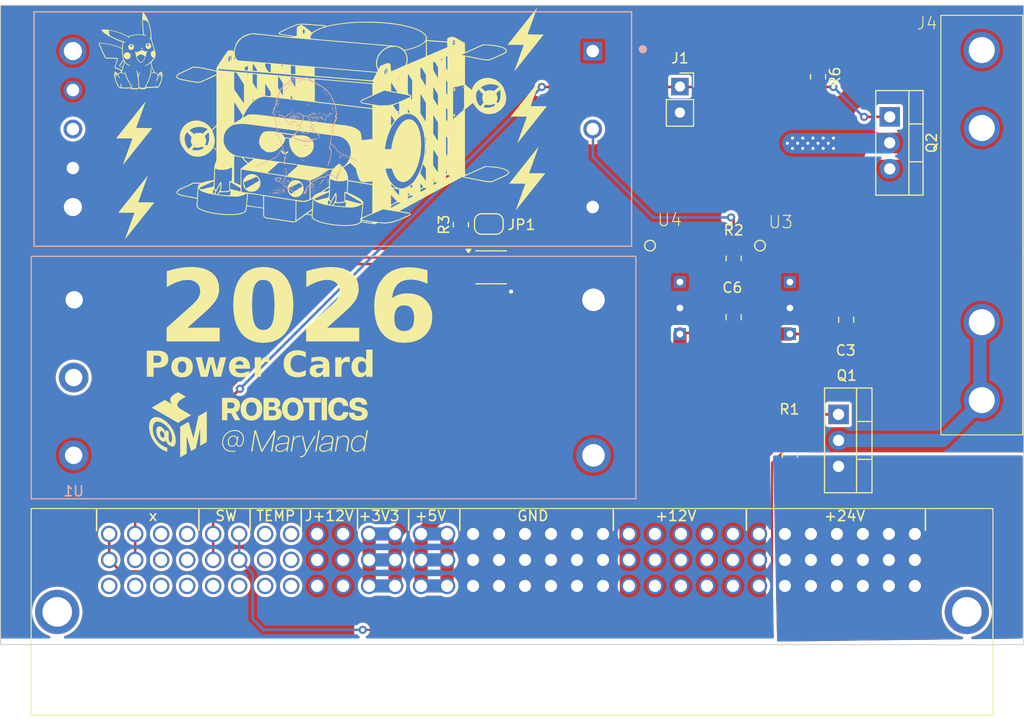
<source format=kicad_pcb>
(kicad_pcb (version 20241229) (generator "pcbnew") (generator_version "9.0")
  (layers (0 "F.Cu" signal) (2 "B.Cu" signal) (13 "F.Paste" user) (15 "B.Paste" user) (5 "F.SilkS" user "F.Silkscreen") (7 "B.SilkS" user "B.Silkscreen") (1 "F.Mask" user) (3 "B.Mask" user) (25 "Edge.Cuts" user))
  (net 0 "")
  (net 1 "+24V")
  (net 2 "/VBATT")
  (net 3 "+12V")
  (net 4 "+5V")
  (net 5 "+3.3V")
  (net 6 "12V_Jetson")
  (net 16 "SW2")
  (net 17 "SDA")
  (net 18 "SCL")
  (net 25 "Net-(U2-ON{slash}OFF)")
  (net 29 "Net-(JP1-B)")
  (net 31 "NJSW1")
  (net 32 "/NonJetsonPower")
  (net 33 "GND")
  (net 34 "Net-(J4-Pin_1)")
  (footprint "Resistor_SMD:R_0805_2012Metric_Pad1.20x1.40mm_HandSolder" (layer "F.Cu") (at 230 56 -90)
    (property "Reference" "R6" (at 0 -1.65 90) (layer "F.SilkS"))
    (property "Value" "10kO")
    (pad "1" smd roundrect (at -1 0 270) (size 1.2 1.4) (layers "F.Cu" "F.Mask" "F.Paste") (roundrect_rratio 0.208333) (net 2 "/VBATT"))
    (pad "2" smd roundrect (at 1 0 270) (size 1.2 1.4) (layers "F.Cu" "F.Mask" "F.Paste") (roundrect_rratio 0.208333) (net 31 "NJSW1"))
  )
  (footprint "Package_TO_SOT_THT:TO-220-3_Vertical" (layer "F.Cu") (at 237 59.92 -90)
    (property "Reference" "Q2" (at 2.54 -4.1 90) (layer "F.SilkS"))
    (property "Value" "IRF5305PbF")
    (pad "1" thru_hole rect (at 0 0 270) (size 1.905 2) (drill 1.1) (layers "*.Cu" "*.Mask") (net 31 "NJSW1"))
    (pad "2" thru_hole oval (at 2.54 0 270) (size 1.905 2) (drill 1.1) (layers "*.Cu" "*.Mask") (net 32 "/NonJetsonPower"))
    (pad "3" thru_hole oval (at 5.08 0 270) (size 1.905 2) (drill 1.1) (layers "*.Cu" "*.Mask") (net 2 "/VBATT"))
  )
  (footprint "LOGO" (layer "F.Cu") (at 201.5744 65.9384)
    (property "Reference" "G***" (hide yes))
    (property "Value" "LOGO" (hide yes))
  )
  (footprint "Connector_PinSocket_2.54mm:PinSocket_1x02_P2.54mm_Vertical" (layer "F.Cu") (at 216.5 56.96)
    (property "Reference" "J1" (at 0 -2.77 0) (layer "F.SilkS"))
    (property "Value" "Conn_01x02_Pin")
    (pad "1" thru_hole rect (at 0 0) (size 1.7 1.7) (drill 1) (layers "*.Cu" "*.Mask") (net 31 "NJSW1"))
    (pad "2" thru_hole circle (at 0 2.54) (size 1.7 1.7) (drill 1) (layers "*.Cu" "*.Mask") (net 33 "GND"))
  )
  (footprint "Package_TO_SOT_THT:TO-220-3_Vertical" (layer "F.Cu") (at 232 89 -90)
    (property "Reference" "Q1" (at -3.8 -0.8 180) (layer "F.SilkS"))
    (property "Value" "IRF5305PbF" (hide yes))
    (pad "1" thru_hole rect (at 0 0 270) (size 1.905 2) (drill 1.1) (layers "*.Cu" "*.Mask") (net 16 "SW2"))
    (pad "2" thru_hole oval (at 2.54 0 270) (size 1.905 2) (drill 1.1) (layers "*.Cu" "*.Mask") (net 34 "Net-(J4-Pin_1)"))
    (pad "3" thru_hole oval (at 5.08 0 270) (size 1.905 2) (drill 1.1) (layers "*.Cu" "*.Mask") (net 1 "+24V"))
  )
  (footprint "LOGO" (layer "F.Cu") (at 163.1696 61.5188)
    (property "Reference" "G***" (hide yes))
    (property "Value" "LOGO" (hide yes))
  )
  (footprint "LOGO" (layer "F.Cu") (at 163.3728 68.7832)
    (property "Reference" "G***" (hide yes))
    (property "Value" "LOGO" (hide yes))
  )
  (footprint "Pikachu:Pikachu" (layer "F.Cu") (at 162.79635 54.17202)
    (property "Reference" "G***" (hide yes))
    (property "Value" "LOGO" (hide yes))
  )
  (footprint "Thruster_Control_Card_Custom_Footprints:6509475" (layer "F.Cu") (at 239.462617 105.762442)
    (property "Reference" "J2" (hide yes))
    (property "Value" "~" (hide yes))
    (pad "A1" thru_hole circle (at 0 0) (size 1.605 1.605) (drill 1.18) (layers "*.Cu" "*.Mask") (net 1 "+24V"))
    (pad "A2" thru_hole circle (at -2.54 0) (size 1.605 1.605) (drill 1.18) (layers "*.Cu" "*.Mask") (net 1 "+24V"))
    (pad "A3" thru_hole circle (at -5.08 0) (size 1.605 1.605) (drill 1.18) (layers "*.Cu" "*.Mask") (net 1 "+24V"))
    (pad "A4" thru_hole circle (at -7.62 0) (size 1.605 1.605) (drill 1.18) (layers "*.Cu" "*.Mask") (net 1 "+24V"))
    (pad "A5" thru_hole circle (at -10.16 0) (size 1.605 1.605) (drill 1.18) (layers "*.Cu" "*.Mask") (net 1 "+24V"))
    (pad "A6" thru_hole circle (at -12.7 0) (size 1.605 1.605) (drill 1.18) (layers "*.Cu" "*.Mask") (net 1 "+24V"))
    (pad "A7" thru_hole circle (at -15.24 0) (size 1.605 1.605) (drill 1.18) (layers "*.Cu" "*.Mask") (net 3 "+12V"))
    (pad "A8" thru_hole circle (at -17.78 0) (size 1.605 1.605) (drill 1.18) (layers "*.Cu" "*.Mask") (net 3 "+12V"))
    (pad "A9" thru_hole circle (at -20.32 0) (size 1.605 1.605) (drill 1.18) (layers "*.Cu" "*.Mask") (net 3 "+12V"))
    (pad "A10" thru_hole circle (at -22.86 0) (size 1.605 1.605) (drill 1.18) (layers "*.Cu" "*.Mask") (net 3 "+12V"))
    (pad "A11" thru_hole circle (at -25.4 0) (size 1.605 1.605) (drill 1.18) (layers "*.Cu" "*.Mask") (net 3 "+12V"))
    (pad "A12" thru_hole circle (at -27.94 0) (size 1.605 1.605) (drill 1.18) (layers "*.Cu" "*.Mask") (net 3 "+12V"))
    (pad "A13" thru_hole circle (at -30.48 0) (size 1.605 1.605) (drill 1.18) (layers "*.Cu" "*.Mask") (net 33 "GND"))
    (pad "A14" thru_hole circle (at -33.02 0) (size 1.605 1.605) (drill 1.18) (layers "*.Cu" "*.Mask") (net 33 "GND"))
    (pad "A15" thru_hole circle (at -35.56 0) (size 1.605 1.605) (drill 1.18) (layers "*.Cu" "*.Mask") (net 33 "GND"))
    (pad "A16" thru_hole circle (at -38.1 0) (size 1.605 1.605) (drill 1.18) (layers "*.Cu" "*.Mask") (net 33 "GND"))
    (pad "A17" thru_hole circle (at -40.64 0) (size 1.605 1.605) (drill 1.18) (layers "*.Cu" "*.Mask") (net 33 "GND"))
    (pad "A18" thru_hole circle (at -43.18 0) (size 1.605 1.605) (drill 1.18) (layers "*.Cu" "*.Mask") (net 33 "GND"))
    (pad "A19" thru_hole circle (at -45.72 0) (size 1.605 1.605) (drill 1.18) (layers "*.Cu" "*.Mask") (net 4 "+5V"))
    (pad "A20" thru_hole circle (at -48.26 0) (size 1.605 1.605) (drill 1.18) (layers "*.Cu" "*.Mask") (net 4 "+5V"))
    (pad "A21" thru_hole circle (at -50.8 0) (size 1.605 1.605) (drill 1.18) (layers "*.Cu" "*.Mask") (net 5 "+3.3V"))
    (pad "A22" thru_hole circle (at -53.34 0) (size 1.605 1.605) (drill 1.18) (layers "*.Cu" "*.Mask") (net 5 "+3.3V"))
    (pad "A23" thru_hole circle (at -55.88 0) (size 1.605 1.605) (drill 1.18) (layers "*.Cu" "*.Mask") (net 6 "12V_Jetson"))
    (pad "A24" thru_hole circle (at -58.42 0) (size 1.605 1.605) (drill 1.18) (layers "*.Cu" "*.Mask") (net 6 "12V_Jetson"))
    (pad "A25" thru_hole circle (at -60.96 0) (size 1.605 1.605) (drill 1.18) (layers "*.Cu" "*.Mask"))
    (pad "A26" thru_hole circle (at -63.5 0) (size 1.605 1.605) (drill 1.18) (layers "*.Cu" "*.Mask"))
    (pad "A27" thru_hole circle (at -66.04 0) (size 1.605 1.605) (drill 1.18) (layers "*.Cu" "*.Mask"))
    (pad "A28" thru_hole circle (at -68.58 0) (size 1.605 1.605) (drill 1.18) (layers "*.Cu" "*.Mask"))
    (pad "A29" thru_hole circle (at -71.12 0) (size 1.605 1.605) (drill 1.18) (layers "*.Cu" "*.Mask"))
    (pad "A30" thru_hole circle (at -73.66 0) (size 1.605 1.605) (drill 1.18) (layers "*.Cu" "*.Mask"))
    (pad "A31" thru_hole circle (at -76.2 0) (size 1.605 1.605) (drill 1.18) (layers "*.Cu" "*.Mask"))
    (pad "A32" thru_hole circle (at -78.74 0) (size 1.605 1.605) (drill 1.18) (layers "*.Cu" "*.Mask"))
    (pad "B1" thru_hole circle (at 0 -2.54) (size 1.605 1.605) (drill 1.18) (layers "*.Cu" "*.Mask") (net 1 "+24V"))
    (pad "B2" thru_hole circle (at -2.54 -2.54) (size 1.605 1.605) (drill 1.18) (layers "*.Cu" "*.Mask") (net 1 "+24V"))
    (pad "B3" thru_hole circle (at -5.08 -2.54) (size 1.605 1.605) (drill 1.18) (layers "*.Cu" "*.Mask") (net 1 "+24V"))
    (pad "B4" thru_hole circle (at -7.62 -2.54) (size 1.605 1.605) (drill 1.18) (layers "*.Cu" "*.Mask") (net 1 "+24V"))
    (pad "B5" thru_hole circle (at -10.16 -2.54) (size 1.605 1.605) (drill 1.18) (layers "*.Cu" "*.Mask") (net 1 "+24V"))
    (pad "B6" thru_hole circle (at -12.7 -2.54) (size 1.605 1.605) (drill 1.18) (layers "*.Cu" "*.Mask") (net 1 "+24V"))
    (pad "B7" thru_hole circle (at -15.24 -2.54) (size 1.605 1.605) (drill 1.18) (layers "*.Cu" "*.Mask") (net 3 "+12V"))
    (pad "B8" thru_hole circle (at -17.78 -2.54) (size 1.605 1.605) (drill 1.18) (layers "*.Cu" "*.Mask") (net 3 "+12V"))
    (pad "B9" thru_hole circle (at -20.32 -2.54) (size 1.605 1.605) (drill 1.18) (layers "*.Cu" "*.Mask") (net 3 "+12V"))
    (pad "B10" thru_hole circle (at -22.86 -2.54) (size 1.605 1.605) (drill 1.18) (layers "*.Cu" "*.Mask") (net 3 "+12V"))
    (pad "B11" thru_hole circle (at -25.4 -2.54) (size 1.605 1.605) (drill 1.18) (layers "*.Cu" "*.Mask") (net 3 "+12V"))
    (pad "B12" thru_hole circle (at -27.94 -2.54) (size 1.605 1.605) (drill 1.18) (layers "*.Cu" "*.Mask") (net 3 "+12V"))
    (pad "B13" thru_hole circle (at -30.48 -2.54) (size 1.605 1.605) (drill 1.18) (layers "*.Cu" "*.Mask") (net 33 "GND"))
    (pad "B14" thru_hole circle (at -33.02 -2.54) (size 1.605 1.605) (drill 1.18) (layers "*.Cu" "*.Mask") (net 33 "GND"))
    (pad "B15" thru_hole circle (at -35.56 -2.54) (size 1.605 1.605) (drill 1.18) (layers "*.Cu" "*.Mask") (net 33 "GND"))
    (pad "B16" thru_hole circle (at -38.1 -2.54) (size 1.605 1.605) (drill 1.18) (layers "*.Cu" "*.Mask") (net 33 "GND"))
    (pad "B17" thru_hole circle (at -40.64 -2.54) (size 1.605 1.605) (drill 1.18) (layers "*.Cu" "*.Mask") (net 33 "GND"))
    (pad "B18" thru_hole circle (at -43.18 -2.54) (size 1.605 1.605) (drill 1.18) (layers "*.Cu" "*.Mask") (net 33 "GND"))
    (pad "B19" thru_hole circle (at -45.72 -2.54) (size 1.605 1.605) (drill 1.18) (layers "*.Cu" "*.Mask") (net 4 "+5V"))
    (pad "B20" thru_hole circle (at -48.26 -2.54) (size 1.605 1.605) (drill 1.18) (layers "*.Cu" "*.Mask") (net 4 "+5V"))
    (pad "B21" thru_hole circle (at -50.8 -2.54) (size 1.605 1.605) (drill 1.18) (layers "*.Cu" "*.Mask") (net 5 "+3.3V"))
    (pad "B22" thru_hole circle (at -53.34 -2.54) (size 1.605 1.605) (drill 1.18) (layers "*.Cu" "*.Mask") (net 5 "+3.3V"))
    (pad "B23" thru_hole circle (at -55.88 -2.54) (size 1.605 1.605) (drill 1.18) (layers "*.Cu" "*.Mask") (net 6 "12V_Jetson"))
    (pad "B24" thru_hole circle (at -58.42 -2.54) (size 1.605 1.605) (drill 1.18) (layers "*.Cu" "*.Mask") (net 6 "12V_Jetson"))
    (pad "B25" thru_hole circle (at -60.96 -2.54) (size 1.605 1.605) (drill 1.18) (layers "*.Cu" "*.Mask"))
    (pad "B26" thru_hole circle (at -63.5 -2.54) (size 1.605 1.605) (drill 1.18) (layers "*.Cu" "*.Mask"))
    (pad "B27" thru_hole circle (at -66.04 -2.54) (size 1.605 1.605) (drill 1.18) (layers "*.Cu" "*.Mask") (net 16 "SW2"))
    (pad "B28" thru_hole circle (at -68.58 -2.54) (size 1.605 1.605) (drill 1.18) (layers "*.Cu" "*.Mask") (net 31 "NJSW1"))
    (pad "B29" thru_hole circle (at -71.12 -2.54) (size 1.605 1.605) (drill 1.18) (layers "*.Cu" "*.Mask"))
    (pad "B30" thru_hole circle (at -73.66 -2.54) (size 1.605 1.605) (drill 1.18) (layers "*.Cu" "*.Mask"))
    (pad "B31" thru_hole circle (at -76.2 -2.54) (size 1.605 1.605) (drill 1.18) (layers "*.Cu" "*.Mask") (net 17 "SDA"))
    (pad "B32" thru_hole circle (at -78.74 -2.54) (size 1.605 1.605) (drill 1.18) (layers "*.Cu" "*.Mask") (net 18 "SCL"))
    (pad "C1" thru_hole circle (at 0 -5.08) (size 1.605 1.605) (drill 1.18) (layers "*.Cu" "*.Mask") (net 1 "+24V"))
    (pad "C2" thru_hole circle (at -2.54 -5.08) (size 1.605 1.605) (drill 1.18) (layers "*.Cu" "*.Mask") (net 1 "+24V"))
    (pad "C3" thru_hole circle (at -5.08 -5.08) (size 1.605 1.605) (drill 1.18) (layers "*.Cu" "*.Mask") (net 1 "+24V"))
    (pad "C4" thru_hole circle (at -7.62 -5.08) (size 1.605 1.605) (drill 1.18) (layers "*.Cu" "*.Mask") (net 1 "+24V"))
    (pad "C5" thru_hole circle (at -10.16 -5.08) (size 1.605 1.605) (drill 1.18) (layers "*.Cu" "*.Mask") (net 1 "+24V"))
    (pad "C6" thru_hole circle (at -12.7 -5.08) (size 1.605 1.605) (drill 1.18) (layers "*.Cu" "*.Mask") (net 1 "+24V"))
    (pad "C7" thru_hole circle (at -15.24 -5.08) (size 1.605 1.605) (drill 1.18) (layers "*.Cu" "*.Mask") (net 3 "+12V"))
    (pad "C8" thru_hole circle (at -17.78 -5.08) (size 1.605 1.605) (drill 1.18) (layers "*.Cu" "*.Mask") (net 3 "+12V"))
    (pad "C9" thru_hole circle (at -20.32 -5.08) (size 1.605 1.605) (drill 1.18) (layers "*.Cu" "*.Mask") (net 3 "+12V"))
    (pad "C10" thru_hole circle (at -22.86 -5.08) (size 1.605 1.605) (drill 1.18) (layers "*.Cu" "*.Mask") (net 3 "+12V"))
    (pad "C11" thru_hole circle (at -25.4 -5.08) (size 1.605 1.605) (drill 1.18) (layers "*.Cu" "*.Mask") (net 3 "+12V"))
    (pad "C12" thru_hole circle (at -27.94 -5.08) (size 1.605 1.605) (drill 1.18) (layers "*.Cu" "*.Mask") (net 3 "+12V"))
    (pad "C13" thru_hole circle (at -30.48 -5.08) (size 1.605 1.605) (drill 1.18) (layers "*.Cu" "*.Mask") (net 33 "GND"))
    (pad "C14" thru_hole circle (at -33.02 -5.08) (size 1.605 1.605) (drill 1.18) (layers "*.Cu" "*.Mask") (net 33 "GND"))
    (pad "C15" thru_hole circle (at -35.56 -5.08) (size 1.605 1.605) (drill 1.18) (layers "*.Cu" "*.Mask") (net 33 "GND"))
    (pad "C16" thru_hole circle (at -38.1 -5.08) (size 1.605 1.605) (drill 1.18) (layers "*.Cu" "*.Mask") (net 33 "GND"))
    (pad "C17" thru_hole circle (at -40.64 -5.08) (size 1.605 1.605) (drill 1.18) (layers "*.Cu" "*.Mask") (net 33 "GND"))
    (pad "C18" thru_hole circle (at -43.18 -5.08) (size 1.605 1.605) (drill 1.18) (layers "*.Cu" "*.Mask") (net 33 "GND"))
    (pad "C19" thru_hole circle (at -45.72 -5.08) (size 1.605 1.605) (drill 1.18) (layers "*.Cu" "*.Mask") (net 4 "+5V"))
    (pad "C20" thru_hole circle (at -48.26 -5.08) (size 1.605 1.605) (drill 1.18) (layers "*.Cu" "*.Mask") (net 4 "+5V"))
    (pad "C21" thru_hole circle (at -50.8 -5.08) (size 1.605 1.605) (drill 1.18) (layers "*.Cu" "*.Mask") (net 5 "+3.3V"))
    (pad "C22" thru_hole circle (at -53.34 -5.08) (size 1.605 1.605) (drill 1.18) (layers "*.Cu" "*.Mask") (net 5 "+3.3V"))
    (pad "C23" thru_hole circle (at -55.88 -5.08) (size 1.605 1.605) (drill 1.18) (layers "*.Cu" "*.Mask") (net 6 "12V_Jetson"))
    (pad "C24" thru_hole circle (at -58.42 -5.08) (size 1.605 1.605) (drill 1.18) (layers "*.Cu" "*.Mask") (net 6 "12V_Jetson"))
    (pad "C25" thru_hole circle (at -60.96 -5.08) (size 1.605 1.605) (drill 1.18) (layers "*.Cu" "*.Mask"))
    (pad "C26" thru_hole circle (at -63.5 -5.08) (size 1.605 1.605) (drill 1.18) (layers "*.Cu" "*.Mask"))
    (pad "C27" thru_hole circle (at -66.04 -5.08) (size 1.605 1.605) (drill 1.18) (layers "*.Cu" "*.Mask") (net 16 "SW2"))
    (pad "C28" thru_hole circle (at -68.58 -5.08) (size 1.605 1.605) (drill 1.18) (layers "*.Cu" "*.Mask") (net 31 "NJSW1"))
    (pad "C29" thru_hole circle (at -71.12 -5.08) (size 1.605 1.605) (drill 1.18) (layers "*.Cu" "*.Mask"))
    (pad "C30" thru_hole circle (at -73.66 -5.08) (size 1.605 1.605) (drill 1.18) (layers "*.Cu" "*.Mask"))
    (pad "C31" thru_hole circle (at -76.2 -5.08) (size 1.605 1.605) (drill 1.18) (layers "*.Cu" "*.Mask") (net 17 "SDA"))
    (pad "C32" thru_hole circle (at -78.74 -5.08) (size 1.605 1.605) (drill 1.18) (layers "*.Cu" "*.Mask") (net 18 "SCL"))
    (pad "MH1" thru_hole circle (at 5.08 2.54) (size 4.335 4.335) (drill 2.89) (layers "*.Cu" "*.Mask"))
    (pad "MH2" thru_hole circle (at -83.82 2.54) (size 4.335 4.335) (drill 2.89) (layers "*.Cu" "*.Mask"))
  )
  (footprint "Resistor_SMD:R_0805_2012Metric_Pad1.20x1.40mm_HandSolder" (layer "F.Cu") (at 227.25 92.98 90)
    (property "Reference" "R1" (at 4.48 -0.05 180) (layer "F.SilkS"))
    (property "Value" "10kO" (hide yes))
    (pad "1" smd roundrect (at -1 0 90) (size 1.2 1.4) (layers "F.Cu" "F.Mask" "F.Paste") (roundrect_rratio 0.2083333333) (net 1 "+24V"))
    (pad "2" smd roundrect (at 1 0 90) (size 1.2 1.4) (layers "F.Cu" "F.Mask" "F.Paste") (roundrect_rratio 0.2083333333) (net 16 "SW2"))
  )
  (footprint "Custom:TSR2" (layer "F.Cu") (at 216.5 78.6 -90)
    (property "Reference" "U4" (at -8.6 1 180) (layer "F.SilkS") (effects (font (size 1.2065 1.2065) (thickness 0.09652))))
    (property "Value" "TSR2-2433" (hide yes))
    (pad "1" thru_hole rect (at -2.54 0 270) (size 1.158 1.158) (drill 0.65) (layers "*.Cu" "*.Mask") (net 32 "/NonJetsonPower"))
    (pad "2" thru_hole rect (at 0 0 270) (size 1.158 1.158) (drill 0.65) (layers "*.Cu" "*.Mask") (net 33 "GND"))
    (pad "3" thru_hole rect (at 2.54 0 270) (size 1.158 1.158) (drill 0.65) (layers "*.Cu" "*.Mask") (net 5 "+3.3V"))
  )
  (footprint "Resistor_SMD:R_0805_2012Metric_Pad1.20x1.40mm_HandSolder" (layer "F.Cu") (at 195.090195 70.460005 90)
    (property "Reference" "R3" (at 0 -1.65 90) (layer "F.SilkS"))
    (property "Value" "temp R" (hide yes))
    (pad "1" smd roundrect (at -1 0 90) (size 1.2 1.4) (layers "F.Cu" "F.Mask" "F.Paste") (roundrect_rratio 0.208333) (net 33 "GND"))
    (pad "2" smd roundrect (at 1 0 90) (size 1.2 1.4) (layers "F.Cu" "F.Mask" "F.Paste") (roundrect_rratio 0.208333) (net 29 "Net-(JP1-B)"))
  )
  (footprint "Custom:TSR2" (layer "F.Cu") (at 227.25 78.6 -90)
    (property "Reference" "U3" (at -8.4 0.9 180) (layer "F.SilkS") (effects (font (size 1.2065 1.2065) (thickness 0.09652))))
    (property "Value" "TSR2-2450" (hide yes))
    (pad "1" thru_hole rect (at -2.54 0 270) (size 1.158 1.158) (drill 0.65) (layers "*.Cu" "*.Mask") (net 32 "/NonJetsonPower"))
    (pad "2" thru_hole rect (at 0 0 270) (size 1.158 1.158) (drill 0.65) (layers "*.Cu" "*.Mask") (net 33 "GND"))
    (pad "3" thru_hole rect (at 2.54 0 270) (size 1.158 1.158) (drill 0.65) (layers "*.Cu" "*.Mask") (net 4 "+5V"))
  )
  (footprint "Capacitor_SMD:C_0805_2012Metric_Pad1.18x1.45mm_HandSolder" (layer "F.Cu") (at 221.75 79.5 90)
    (property "Reference" "C6" (at 2.8875 -0.13 180) (layer "F.SilkS"))
    (property "Value" "1u" (hide yes))
    (pad "1" smd roundrect (at -1.0375 0 90) (size 1.175 1.45) (layers "F.Cu" "F.Mask" "F.Paste") (roundrect_rratio 0.2127659574) (net 5 "+3.3V"))
    (pad "2" smd roundrect (at 1.0375 0 90) (size 1.175 1.45) (layers "F.Cu" "F.Mask" "F.Paste") (roundrect_rratio 0.2127659574) (net 33 "GND"))
  )
  (footprint "LOGO" (layer "F.Cu") (at 175.102923 90.072938)
    (property "Reference" "G***" (hide yes))
    (property "Value" "LOGO" (hide yes))
  )
  (footprint "LOGO" (layer "F.Cu") (at 179.401043 56.316084)
    (property "Reference" "G***" (hide yes))
    (property "Value" "LOGO" (hide yes))
  )
  (footprint "Capacitor_SMD:C_0805_2012Metric_Pad1.18x1.45mm_HandSolder" (layer "F.Cu") (at 232.75 79.75 90)
    (property "Reference" "C3" (at -3 -0.05 180) (layer "F.SilkS"))
    (property "Value" "1u" (hide yes))
    (pad "1" smd roundrect (at -1.0375 0 90) (size 1.175 1.45) (layers "F.Cu" "F.Mask" "F.Paste") (roundrect_rratio 0.2127659574) (net 4 "+5V"))
    (pad "2" smd roundrect (at 1.0375 0 90) (size 1.175 1.45) (layers "F.Cu" "F.Mask" "F.Paste") (roundrect_rratio 0.2127659574) (net 33 "GND"))
  )
  (footprint "Package_SO:MSOP-8_3x3mm_P0.65mm" (layer "F.Cu") (at 198.048195 74.627205)
    (property "Reference" "U5" (hide yes))
    (property "Value" "MCP9808_MSOP" (hide yes))
    (pad "1" smd roundrect (at -2.1125 -0.975) (size 1.625 0.4) (layers "F.Cu" "F.Mask" "F.Paste") (net 17 "SDA"))
    (pad "2" smd roundrect (at -2.1125 -0.325) (size 1.625 0.4) (layers "F.Cu" "F.Mask" "F.Paste") (net 18 "SCL"))
    (pad "3" smd roundrect (at -2.1125 0.325) (size 1.625 0.4) (layers "F.Cu" "F.Mask" "F.Paste"))
    (pad "4" smd roundrect (at -2.1125 0.975) (size 1.625 0.4) (layers "F.Cu" "F.Mask" "F.Paste") (net 33 "GND"))
    (pad "5" smd roundrect (at 2.1125 0.975) (size 1.625 0.4) (layers "F.Cu" "F.Mask" "F.Paste") (net 33 "GND"))
    (pad "6" smd roundrect (at 2.1125 0.325) (size 1.625 0.4) (layers "F.Cu" "F.Mask" "F.Paste") (net 33 "GND"))
    (pad "7" smd roundrect (at 2.1125 -0.325) (size 1.625 0.4) (layers "F.Cu" "F.Mask" "F.Paste") (net 29 "Net-(JP1-B)"))
    (pad "8" smd roundrect (at 2.1125 -0.975) (size 1.625 0.4) (layers "F.Cu" "F.Mask" "F.Paste") (net 5 "+3.3V"))
  )
  (footprint "Fuse:1.25__FUSECLIPS" (layer "F.Cu") (at 246 70.5 90)
    (property "Reference" "J4" (at 19.02 -6.45 180) (layer "F.SilkS") (effects (font (size 1.2065 1.2065) (thickness 0.09652)) (justify left bottom)))
    (property "Value" "Conn_01x04_Pin" (hide yes))
    (pad "1" thru_hole circle (at -17.1069 0 90) (size 3.556 3.556) (drill 2.54) (layers "*.Cu" "*.Mask") (net 34 "Net-(J4-Pin_1)"))
    (pad "2" thru_hole circle (at -9.4869 0 90) (size 3.556 3.556) (drill 2.54) (layers "*.Cu" "*.Mask") (net 34 "Net-(J4-Pin_1)"))
    (pad "3" thru_hole circle (at 9.4869 0 90) (size 3.556 3.556) (drill 2.54) (layers "*.Cu" "*.Mask") (net 2 "/VBATT"))
    (pad "4" thru_hole circle (at 17.1069 0 90) (size 3.556 3.556) (drill 2.54) (layers "*.Cu" "*.Mask") (net 2 "/VBATT"))
  )
  (footprint "Resistor_SMD:R_0805_2012Metric_Pad1.20x1.40mm_HandSolder" (layer "F.Cu") (at 221.75 73.75 -90)
    (property "Reference" "R2" (at -2.75 0 0) (layer "F.SilkS"))
    (property "Value" "10kO" (hide yes))
    (pad "1" smd roundrect (at -1 0 270) (size 1.2 1.4) (layers "F.Cu" "F.Mask" "F.Paste") (roundrect_rratio 0.2083333333) (net 25 "Net-(U2-ON{slash}OFF)"))
    (pad "2" smd roundrect (at 1 0 270) (size 1.2 1.4) (layers "F.Cu" "F.Mask" "F.Paste") (roundrect_rratio 0.2083333333) (net 33 "GND"))
  )
  (footprint "LOGO" (layer "F.Cu") (at 201.7268 59.3852)
    (property "Reference" "G***" (hide yes))
    (property "Value" "LOGO" (hide yes))
  )
  (footprint "Jumper:SolderJumper-2_P1.3mm_Open_RoundedPad1.0x1.5mm" (layer "F.Cu") (at 197.822995 70.393205 180)
    (property "Reference" "JP1" (at -3.192605 -0.066395 0) (layer "F.SilkS"))
    (property "Value" "SolderJumper_2_Open" (hide yes))
    (pad "1" smd custom (at -0.65 0 180) (size 1 0.5) (layers "F.Cu" "F.Mask") (net 5 "+3.3V") (options (clearance outline) (anchor rect)) (primitives (gr_circle (center 0 0.25) (end 0.5 0.25) (width 0) (fill yes)) (gr_circle (center 0 -0.25) (end 0.5 -0.25) (width 0) (fill yes)) (gr_poly (pts (xy 0.5 0.75) (xy 0 0.75) (xy 0 -0.75) (xy 0.5 -0.75)) (width 0) (fill yes))))
    (pad "2" smd custom (at 0.65 0 180) (size 1 0.5) (layers "F.Cu" "F.Mask") (net 29 "Net-(JP1-B)") (options (clearance outline) (anchor rect)) (primitives (gr_circle (center 0 0.25) (end 0.5 0.25) (width 0) (fill yes)) (gr_circle (center 0 -0.25) (end 0.5 -0.25) (width 0) (fill yes)) (gr_poly (pts (xy 0 0.75) (xy -0.5 0.75) (xy -0.5 -0.75) (xy 0 -0.75)) (width 0) (fill yes))))
  )
  (footprint "LOGO" (layer "F.Cu") (at 201.422 52.3748)
    (property "Reference" "G***" (hide yes))
    (property "Value" "LOGO" (hide yes))
  )
  (footprint "Custom:240W_CONV" (layer "B.Cu") (at 157.25 93 90)
    (property "Reference" "U1" (at -3.5 0 0) (layer "B.SilkS") (effects (justify mirror)))
    (property "Value" "~" (hide yes))
    (pad "1" thru_hole circle (at 0 0 90) (size 2.9 2.9) (drill 1.7) (layers "*.Cu" "*.Mask") (net 32 "/NonJetsonPower"))
    (pad "2" thru_hole circle (at 7.6 0 90) (size 2.9 2.9) (drill 1.7) (layers "*.Cu" "*.Mask"))
    (pad "3" thru_hole circle (at 15.2 0.0508 90) (size 2.9 2.9) (drill 1.7) (layers "*.Cu" "*.Mask") (net 33 "GND"))
    (pad "4" thru_hole circle (at 15.2 50.8 90) (size 3.4 3.4) (drill 2.2) (layers "*.Cu" "*.Mask") (net 33 "GND"))
    (pad "8" thru_hole circle (at 0 50.8 90) (size 3.4 3.4) (drill 2.2) (layers "*.Cu" "*.Mask") (net 3 "+12V"))
  )
  (footprint "LOGO" (layer "B.Cu") (at 180 61.5 180)
    (property "Reference" "G***" (hide yes))
    (property "Value" "LOGO" (hide yes))
  )
  (footprint "Custom:CONV_UWE-24_3-Q12P-C" (layer "B.Cu") (at 182.5752 61.1124 180)
    (property "Reference" "U2" (hide yes))
    (property "Value" "~" (hide yes))
    (pad "1" thru_hole rect (at -25.4 7.62 180) (size 1.83 1.83) (drill 1.22) (layers "*.Cu" "*.Mask") (net 2 "/VBATT"))
    (pad "2" thru_hole circle (at -25.4 0 180) (size 1.83 1.83) (drill 1.22) (layers "*.Cu" "*.Mask") (net 25 "Net-(U2-ON{slash}OFF)"))
    (pad "3" thru_hole circle (at -25.4 -7.62 180) (size 1.83 1.83) (drill 1.22) (layers "*.Cu" "*.Mask") (net 33 "GND"))
    (pad "4" thru_hole circle (at 25.4 -7.62 180) (size 2.66 2.66) (drill 1.77) (layers "*.Cu" "*.Mask") (net 33 "GND"))
    (pad "5" thru_hole circle (at 25.4 -3.81 180) (size 1.83 1.83) (drill 1.22) (layers "*.Cu" "*.Mask") (net 33 "GND"))
    (pad "6" thru_hole circle (at 25.4 0 180) (size 1.83 1.83) (drill 1.22) (layers "*.Cu" "*.Mask"))
    (pad "7" thru_hole circle (at 25.4 3.81 180) (size 1.83 1.83) (drill 1.22) (layers "*.Cu" "*.Mask") (net 6 "12V_Jetson"))
    (pad "8" thru_hole circle (at 25.4 7.62 180) (size 2.66 2.66) (drill 1.77) (layers "*.Cu" "*.Mask") (net 6 "12V_Jetson"))
  )
  (gr_line (start 169.49 100.33) (end 169.49 98.33) (stroke (width 0.15)) (layer "F.SilkS"))
  (gr_line (start 209.99 100.33) (end 209.99 98.33) (stroke (width 0.15)) (layer "F.SilkS"))
  (gr_line (start 240.49 100.33) (end 240.49 98.33) (stroke (width 0.15)) (layer "F.SilkS"))
  (gr_line (start 189.99 100.33) (end 189.99 98.33) (stroke (width 0.15)) (layer "F.SilkS"))
  (gr_line (start 159.49 100.33) (end 159.49 98.33) (stroke (width 0.15)) (layer "F.SilkS"))
  (gr_line (start 222.99 100.33) (end 222.99 98.33) (stroke (width 0.15)) (layer "F.SilkS"))
  (gr_line (start 179.49 100.33) (end 179.49 98.33) (stroke (width 0.15)) (layer "F.SilkS"))
  (gr_line (start 174.49 100.33) (end 174.49 98.33) (stroke (width 0.15)) (layer "F.SilkS"))
  (gr_line (start 194.99 100.33) (end 194.99 98.33) (stroke (width 0.15)) (layer "F.SilkS"))
  (gr_line (start 184.99 100.33) (end 184.99 98.33) (stroke (width 0.15)) (layer "F.SilkS"))
  (gr_rect (start 150.1 49) (end 250.1 111.5) (stroke (width 0.1)) (fill no) (layer "Edge.Cuts"))
  (gr_text "+5V" (at 190.5 99.5 0) (layer "F.SilkS") (effects (font (size 1 1)) (justify left bottom)))
  (gr_text "x" (at 164.5 99.5 0) (layer "F.SilkS") (effects (font (size 1 1)) (justify left bottom)))
  (gr_text "2026" (at 165.5572 83.058 0) (layer "F.SilkS") (effects (font (size 7 7) (thickness 0.2) (bold yes)) (justify left bottom)))
  (gr_text "J+12V" (at 179.75 99.5 0) (layer "F.SilkS") (effects (font (size 1 1)) (justify left bottom)))
  (gr_text "+3V3" (at 185 99.5 0) (layer "F.SilkS") (effects (font (size 1 1)) (justify left bottom)))
  (gr_text "Power Card" (at 175.4124 85.7504 0) (layer "F.SilkS") (effects (font (size 2.5 2.5) (thickness 0.5) (bold yes) (italic yes)) (justify bottom)))
  (gr_text "+24V" (at 230.5 99.51 0) (layer "F.SilkS") (effects (font (size 1 1)) (justify left bottom)))
  (gr_text "+12V" (at 214 99.5 0) (layer "F.SilkS") (effects (font (size 1 1)) (justify left bottom)))
  (gr_text "SW" (at 171 99.5 0) (layer "F.SilkS") (effects (font (size 1 1)) (justify left bottom)))
  (gr_text "TEMP" (at 175 99.5 0) (layer "F.SilkS") (effects (font (size 1 1)) (justify left bottom)))
  (gr_text "GND" (at 200.5 99.5 0) (layer "F.SilkS") (effects (font (size 1 1)) (justify left bottom)))
  (segment (start 208.2031 53.7131) (end 208 53.51) (width 1.3) (layer "F.Cu") (net 2))
  (segment (start 193.742617 103.222442) (end 193.742617 100.682442) (width 1.3) (layer "F.Cu") (net 4))
  (segment (start 232.75 80.7875) (end 232.1 80.7875) (width 0.25) (layer "F.Cu") (net 4))
  (segment (start 222.125 83.625) (end 224.61 81.14) (width 1.3) (layer "F.Cu") (net 4))
  (segment (start 232.1 80.7875) (end 231.7475 81.14) (width 0.25) (layer "F.Cu") (net 4))
  (segment (start 198.25 93.635059) (end 198.25 89.5) (width 1.3) (layer "F.Cu") (net 4))
  (segment (start 191.202617 100.682442) (end 191.202617 103.222442) (width 1.3) (layer "F.Cu") (net 4))
  (segment (start 217.622734 88.127266) (end 222.125 83.625) (width 1.3) (layer "F.Cu") (net 4))
  (segment (start 231.7475 81.14) (end 227.25 81.14) (width 0.25) (layer "F.Cu") (net 4))
  (segment (start 199.622734 88.127266) (end 217.622734 88.127266) (width 1.3) (layer "F.Cu") (net 4))
  (segment (start 191.202617 100.682442) (end 198.25 93.635059) (width 1.3) (layer "F.Cu") (net 4))
  (segment (start 198.25 89.5) (end 199.622734 88.127266) (width 1.3) (layer "F.Cu") (net 4))
  (segment (start 193.742617 105.762442) (end 193.742617 103.222442) (width 1.3) (layer "F.Cu") (net 4))
  (segment (start 191.202617 103.222442) (end 191.202617 105.762442) (width 1.3) (layer "F.Cu") (net 4))
  (segment (start 224.61 81.14) (end 227.25 81.14) (width 1.3) (layer "F.Cu") (net 4))
  (segment (start 193.742617 100.682442) (end 191.202617 100.682442) (width 1.3) (layer "B.Cu") (net 4))
  (segment (start 191.202617 105.762442) (end 193.742617 105.762442) (width 1.3) (layer "B.Cu") (net 4))
  (segment (start 191.202617 103.222442) (end 193.742617 103.222442) (width 1.3) (layer "B.Cu") (net 4))
  (segment (start 202.946 75.528362) (end 202.946 85.5) (width 0.45) (layer "F.Cu") (net 5))
  (segment (start 186.122617 103.222442) (end 186.122617 100.682442) (width 1.3) (layer "F.Cu") (net 5))
  (segment (start 200.160695 73.652205) (end 201.069843 73.652205) (width 0.45) (layer "F.Cu") (net 5))
  (segment (start 215.25 85.5) (end 202.946 85.5) (width 1.3) (layer "F.Cu") (net 5))
  (segment (start 196 88) (end 196 93.345059) (width 1.3) (layer "F.Cu") (net 5))
  (segment (start 221.25 81.0375) (end 216.6025 81.0375) (width 0.25) (layer "F.Cu") (net 5))
  (segment (start 201.069843 73.652205) (end 202.946 75.528362) (width 0.45) (layer "F.Cu") (net 5))
  (segment (start 198.472995 70.393205) (end 198.472995 71.964505) (width 0.25) (layer "F.Cu") (net 5))
  (segment (start 202.946 85.5) (end 198.5 85.5) (width 1.3) (layer "F.Cu") (net 5))
  (segment (start 188.662617 103.222442) (end 188.662617 105.762442) (width 1.3) (layer "F.Cu") (net 5))
  (segment (start 216.5 81.14) (end 216.5 84.25) (width 1.3) (layer "F.Cu") (net 5))
  (segment (start 188.662617 100.682442) (end 188.662617 103.222442) (width 1.3) (layer "F.Cu") (net 5))
  (segment (start 198.472995 71.964505) (end 200.160695 73.652205) (width 0.25) (layer "F.Cu") (net 5))
  (segment (start 196 93.345059) (end 188.662617 100.682442) (width 1.3) (layer "F.Cu") (net 5))
  (segment (start 198.5 85.5) (end 196 88) (width 1.3) (layer "F.Cu") (net 5))
  (segment (start 216.5 84.25) (end 215.25 85.5) (width 1.3) (layer "F.Cu") (net 5))
  (segment (start 221.75 80.5375) (end 221.25 81.0375) (width 0.25) (layer "F.Cu") (net 5))
  (segment (start 186.122617 105.762442) (end 186.122617 103.222442) (width 1.3) (layer "F.Cu") (net 5))
  (segment (start 216.6025 81.0375) (end 216.5 81.14) (width 0.25) (layer "F.Cu") (net 5))
  (segment (start 188.662617 100.682442) (end 186.122617 100.682442) (width 1.3) (layer "B.Cu") (net 5))
  (segment (start 188.662617 105.762442) (end 186.122617 105.762442) (width 1.3) (layer "B.Cu") (net 5))
  (segment (start 186.122617 103.222442) (end 188.662617 103.222442) (width 1.3) (layer "B.Cu") (net 5))
  (segment (start 232 89) (end 228.610219 89) (width 0.25) (layer "F.Cu") (net 16))
  (segment (start 228.610219 89) (end 227.25 90.360219) (width 0.25) (layer "F.Cu") (net 16))
  (segment (start 223.635 110.055) (end 225.5 108.19) (width 0.2) (layer "F.Cu") (net 16))
  (segment (start 225.5 108.19) (end 225.5 93.73) (width 0.2) (layer "F.Cu") (net 16))
  (segment (start 225.5 93.73) (end 227.25 91.98) (width 0.2) (layer "F.Cu") (net 16))
  (segment (start 185.5 110.055) (end 223.635 110.055) (width 0.2) (layer "F.Cu") (net 16))
  (segment (start 227.25 90.360219) (end 227.25 91.98) (width 0.25) (layer "F.Cu") (net 16))
  (via (at 185.5 110.055) (size 0.8) (drill 0.4) (layers "F.Cu" "B.Cu") (net 16))
  (segment (start 174.75 109) (end 175.805 110.055) (width 0.25) (layer "B.Cu") (net 16))
  (segment (start 174.75 104.549825) (end 174.75 105.237697) (width 0.25) (layer "B.Cu") (net 16))
  (segment (start 174.734117 106.271304) (end 174.75 106.287187) (width 0.25) (layer "B.Cu") (net 16))
  (segment (start 174.75 105.237697) (end 174.734117 105.25358) (width 0.25) (layer "B.Cu") (net 16))
  (segment (start 175.805 110.055) (end 185.5 110.055) (width 0.25) (layer "B.Cu") (net 16))
  (segment (start 173.422617 103.222442) (end 174.75 104.549825) (width 0.25) (layer "B.Cu") (net 16))
  (segment (start 174.75 106.287187) (end 174.75 109) (width 0.25) (layer "B.Cu") (net 16))
  (segment (start 174.734117 105.25358) (end 174.734117 106.271304) (width 0.25) (layer "B.Cu") (net 16))
  (segment (start 173.422617 103.222442) (end 173.422617 100.682442) (width 0.25) (layer "B.Cu") (net 16))
  (segment (start 163.262617 103.222442) (end 163.262617 100.682442) (width 0.25) (layer "F.Cu") (net 17))
  (segment (start 163.262617 95.072853) (end 184.683265 73.652205) (width 0.25) (layer "F.Cu") (net 17))
  (segment (start 184.683265 73.652205) (end 195.935695 73.652205) (width 0.25) (layer "F.Cu") (net 17))
  (segment (start 163.262617 100.682442) (end 163.262617 95.072853) (width 0.25) (layer "F.Cu") (net 17))
  (segment (start 184.671075 74.302205) (end 164.5 94.47328) (width 0.25) (layer "F.Cu") (net 18))
  (segment (start 160.722617 103.222442) (end 160.722617 100.682442) (width 0.25) (layer "F.Cu") (net 18))
  (segment (start 164.5 94.47328) (end 164.5 104.0405) (width 0.25) (layer "F.Cu") (net 18))
  (segment (start 164.189558 104.350942) (end 161.851117 104.350942) (width 0.25) (layer "F.Cu") (net 18))
  (segment (start 195.935695 74.302205) (end 184.671075 74.302205) (width 0.25) (layer "F.Cu") (net 18))
  (segment (start 164.5 104.0405) (end 164.189558 104.350942) (width 0.25) (layer "F.Cu") (net 18))
  (segment (start 161.851117 104.350942) (end 160.722617 103.222442) (width 0.25) (layer "F.Cu") (net 18))
  (segment (start 221.75 70) (end 221.5 69.75) (width 0.25) (layer "F.Cu") (net 25))
  (segment (start 221.75 72.75) (end 221.75 70) (width 0.25) (layer "F.Cu") (net 25))
  (via (at 221.5 69.75) (size 0.8) (drill 0.4) (layers "F.Cu" "B.Cu") (net 25))
  (segment (start 213.9 69.75) (end 208 63.85) (width 0.25) (layer "B.Cu") (net 25))
  (segment (start 221.5 69.75) (end 213.9 69.75) (width 0.25) (layer "B.Cu") (net 25))
  (segment (start 208 63.85) (end 208 61.13) (width 0.25) (layer "B.Cu") (net 25))
  (segment (start 197.172995 70.393205) (end 197.172995 72.204995) (width 0.25) (layer "F.Cu") (net 29))
  (segment (start 196.239795 69.460005) (end 197.172995 70.393205) (width 0.25) (layer "F.Cu") (net 29))
  (segment (start 197.172995 72.204995) (end 199.270205 74.302205) (width 0.25) (layer "F.Cu") (net 29))
  (segment (start 195.090195 69.460005) (end 196.239795 69.460005) (width 0.25) (layer "F.Cu") (net 29))
  (segment (start 199.270205 74.302205) (end 200.160695 74.302205) (width 0.25) (layer "F.Cu") (net 29))
  (segment (start 230 57) (end 203 57) (width 0.25) (layer "F.Cu") (net 31))
  (segment (start 173.5 86.5) (end 170.882617 89.117383) (width 0.25) (layer "F.Cu") (net 31))
  (segment (start 170.882617 100.682442) (end 170.882617 103.222442) (width 0.25) (layer "F.Cu") (net 31))
  (segment (start 234.5 59.92) (end 234.42 59.92) (width 0.25) (layer "F.Cu") (net 31))
  (segment (start 170.882617 89.117383) (end 170.882617 100.682442) (width 0.25) (layer "F.Cu") (net 31))
  (segment (start 237 59.92) (end 234.5 59.92) (width 0.25) (layer "F.Cu") (net 31))
  (segment (start 231.5 57) (end 230 57) (width 0.25) (layer "F.Cu") (net 31))
  (via (at 173.5 86.5) (size 0.8) (drill 0.4) (layers "F.Cu" "B.Cu") (net 31))
  (via (at 231.5 57) (size 0.8) (drill 0.4) (layers "F.Cu" "B.Cu") (net 31))
  (via (at 234.5 59.92) (size 0.8) (drill 0.4) (layers "F.Cu" "B.Cu") (net 31))
  (via (at 203 57) (size 0.8) (drill 0.4) (layers "F.Cu" "B.Cu") (net 31))
  (segment (start 234.5 59.92) (end 234.42 59.92) (width 0.25) (layer "B.Cu") (net 31))
  (segment (start 234.42 59.92) (end 231.5 57) (width 0.25) (layer "B.Cu") (net 31))
  (segment (start 203 57) (end 173.5 86.5) (width 0.25) (layer "B.Cu") (net 31))
  (segment (start 157.25 93.25) (end 157 93.5) (width 1.3) (layer "F.Cu") (net 32))
  (segment (start 157.25 93) (end 157.25 93.25) (width 1.3) (layer "F.Cu") (net 32))
  (via (at 227.5 63) (size 0.5) (drill 0.3) (layers "F.Cu" "B.Cu") (net 32))
  (via (at 228.5 62) (size 0.5) (drill 0.3) (layers "F.Cu" "B.Cu") (net 32))
  (via (at 230.5 63) (size 0.5) (drill 0.3) (layers "F.Cu" "B.Cu") (net 32))
  (via (at 230 62.5) (size 0.5) (drill 0.3) (layers "F.Cu" "B.Cu") (net 32))
  (via (at 229.5 63) (size 0.5) (drill 0.3) (layers "F.Cu" "B.Cu") (net 32))
  (via (at 227.5 62) (size 0.5) (drill 0.3) (layers "F.Cu" "B.Cu") (net 32))
  (via (at 229.5 62) (size 0.5) (drill 0.3) (layers "F.Cu" "B.Cu") (net 32))
  (via (at 231.5 62) (size 0.5) (drill 0.3) (layers "F.Cu" "B.Cu") (net 32))
  (via (at 229 62.5) (size 0.5) (drill 0.3) (layers "F.Cu" "B.Cu") (net 32))
  (via (at 227 62.5) (size 0.5) (drill 0.3) (layers "F.Cu" "B.Cu") (net 32))
  (via (at 231.5 63) (size 0.5) (drill 0.3) (layers "F.Cu" "B.Cu") (net 32))
  (via (at 228 62.5) (size 0.5) (drill 0.3) (layers "F.Cu" "B.Cu") (net 32))
  (via (at 231 62.5) (size 0.5) (drill 0.3) (layers "F.Cu" "B.Cu") (net 32))
  (via (at 230.5 62) (size 0.5) (drill 0.3) (layers "F.Cu" "B.Cu") (net 32))
  (via (at 228.5 63) (size 0.5) (drill 0.3) (layers "F.Cu" "B.Cu") (net 32))
  (segment (start 236.96 62.5) (end 227.5 62.5) (width 2) (layer "B.Cu") (net 32))
  (segment (start 237 62.46) (end 236.96 62.5) (width 2) (layer "B.Cu") (net 32))
  (segment (start 221.6125 78.6) (end 221.75 78.4625) (width 0.25) (layer "F.Cu") (net 33))
  (segment (start 199.282395 74.952205) (end 200.160695 74.952205) (width 0.25) (layer "F.Cu") (net 33))
  (segment (start 232.75 78.7125) (end 232 78.7125) (width 0.25) (layer "F.Cu") (net 33))
  (segment (start 200.160695 75.602205) (end 197.325395 75.602205) (width 0.25) (layer "F.Cu") (net 33))
  (segment (start 216.5 78.6) (end 221.6125 78.6) (width 0.25) (layer "F.Cu") (net 33))
  (segment (start 200.160695 74.952205) (end 200.160695 75.602205) (width 0.25) (layer "F.Cu") (net 33))
  (segment (start 200.160695 76.834705) (end 199.998195 76.997205) (width 0.25) (layer "F.Cu") (net 33))
  (segment (start 195.790195 71.460005) (end 199.282395 74.952205) (width 0.25) (layer "F.Cu") (net 33))
  (segment (start 231.8875 78.6) (end 227.25 78.6) (width 0.25) (layer "F.Cu") (net 33))
  (segment (start 221.75 78.4625) (end 221.75 74.75) (width 0.25) (layer "F.Cu") (net 33))
  (segment (start 195.090195 71.460005) (end 195.790195 71.460005) (width 0.25) (layer "F.Cu") (net 33))
  (segment (start 197.325395 75.602205) (end 195.935695 75.602205) (width 0.25) (layer "F.Cu") (net 33))
  (segment (start 200.160695 75.602205) (end 200.160695 76.834705) (width 0.25) (layer "F.Cu") (net 33))
  (segment (start 232 78.7125) (end 231.8875 78.6) (width 0.25) (layer "F.Cu") (net 33))
  (via (at 199.998195 76.997205) (size 0.8) (drill 0.4) (layers "F.Cu" "B.Cu") (net 33))
  (segment (start 232 91.54) (end 239.5 91.54) (width 1.3) (layer "B.Cu") (net 34))
  (segment (start 242.19345 91.54) (end 245.80655 87.9269) (width 1.3) (layer "B.Cu") (net 34))
  (segment (start 245.80655 87.9269) (end 245.80655 80.3069) (width 1.3) (layer "B.Cu") (net 34))
  (segment (start 239.5 91.54) (end 242.19345 91.54) (width 1.3) (layer "B.Cu") (net 34))
  (zone (net 2) (net_name "/VBATT") (layer "F.Cu") (priority 2) (connect_pads yes (clearance 0.6)) (min_thickness 0.25) (fill yes (thermal_gap 0.5) (thermal_bridge_width 0.5))
    (polygon (pts (xy 250 49) (xy 250.095918 72.5) (xy 233.5 72.5) (xy 235.5 64) (xy 242 64) (xy 242 55.452349) (xy 204 55.515884) (xy 204 49) (xy 235.5 49)))
  )
  (zone (net 6) (net_name "12V_Jetson") (layer "F.Cu") (priority 1) (connect_pads yes (clearance 0.3)) (min_thickness 0.25) (fill yes (thermal_gap 0.125) (thermal_bridge_width 0.75))
    (polygon (pts (xy 154 88.5) (xy 154.5 88.05) (xy 150.1 88.05) (xy 150.1 110.9) (xy 184.65 110.9) (xy 184.860638 96.997888) (xy 154 96.5)))
  )
  (zone (net 3) (net_name "+12V") (layer "F.Cu") (priority 3) (connect_pads yes (clearance 0.5)) (min_thickness 0.25) (fill yes (thermal_gap 0.5) (thermal_bridge_width 0.5))
    (polygon (pts (xy 210.64473 108.945326) (xy 225.5 108.75) (xy 225.603399 92.510464) (xy 230.5 88.750002) (xy 230.5 86) (xy 233.75 86) (xy 233.75 82) (xy 224.5 82) (xy 218.75 87.75) (xy 205.850005 88) (xy 212.32048 88) (xy 199.5 88) (xy 199.500022 99.246049) (xy 210.572904 99.158554)))
  )
  (zone (net 34) (net_name "Net-(J4-Pin_1)") (layer "F.Cu") (priority 3) (connect_pads yes (clearance 0.3)) (min_thickness 0.25) (fill yes (thermal_gap 0.125) (thermal_bridge_width 0.75))
    (polygon (pts (xy 233.583071 84.995101) (xy 228.82 90.258795) (xy 228.82 92.8) (xy 250.1 92.8) (xy 250.1 73.5) (xy 233.5 73.5)))
  )
  (zone (net 32) (net_name "/NonJetsonPower") (layer "F.Cu") (priority 5) (connect_pads yes (clearance 0.6)) (min_thickness 0.25) (fill yes (thermal_gap 0.5) (thermal_bridge_width 0.5))
    (polygon (pts (xy 202.5 48.5) (xy 202.5 56.5) (xy 233 56.5) (xy 241.5 56.5) (xy 241.5 63.5) (xy 234.641322 63.5) (xy 232 71.231819) (xy 232 80.5) (xy 222 80.5) (xy 219 83.5) (xy 180 83.5) (xy 180 95) (xy 155 95) (xy 155 88.5) (xy 161.5 88.5) (xy 161.5 48.5)))
  )
  (zone (net 6) (net_name "12V_Jetson") (layer "F.Cu") (priority 4) (connect_pads yes (clearance 0.6)) (min_thickness 0.25) (fill yes (thermal_gap 0.5) (thermal_bridge_width 0.5))
    (polygon (pts (xy 150.2 48.95) (xy 159.72 48.95) (xy 159.72 88.05) (xy 150.2 88.05)))
  )
  (zone (net 1) (net_name "+24V") (layers "F.Cu" "B.Cu") (priority 4) (connect_pads yes (clearance 0.3)) (min_thickness 0.25) (fill yes (thermal_gap 0.125) (thermal_bridge_width 0.75))
    (polygon (pts (xy 226 111.2) (xy 250 110.9) (xy 250 93.01) (xy 225.600219 93.01)))
  )
  (zone (net 33) (net_name "GND") (layer "B.Cu") (connect_pads yes (clearance 0.3)) (min_thickness 0.25) (fill yes (thermal_gap 0.125) (thermal_bridge_width 0.75))
    (polygon (pts (xy 250 110.9) (xy 250.1 49) (xy 150.1 49) (xy 150.1 110.9)))
  )
)
</source>
